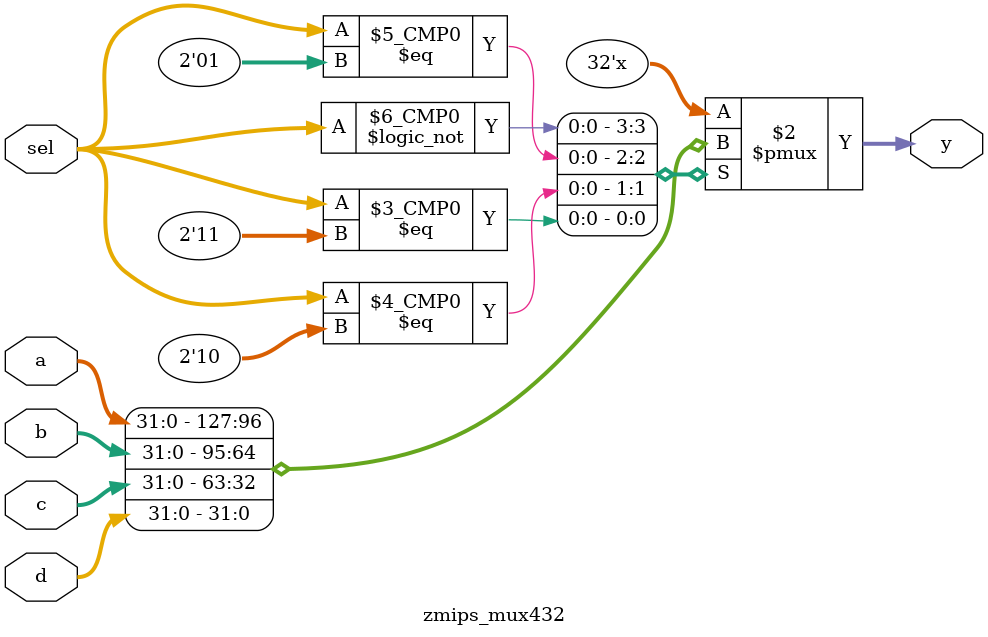
<source format=v>
/**
 * 4 x 32 MUX
 */

module zmips_mux432(a, b, c, d, sel, y);
input [31:0] a, b, c, d;
input [1:0] sel;
output reg [31:0] y;

always @(a or b or c or d or sel)
begin
    case (sel)
    2'b00: begin
        y = a;
    end
    2'b01: begin
        y = b;
    end
    2'b10: begin
        y = c;
    end
    2'b11: begin
        y = d;
    end
    endcase
end

endmodule

</source>
